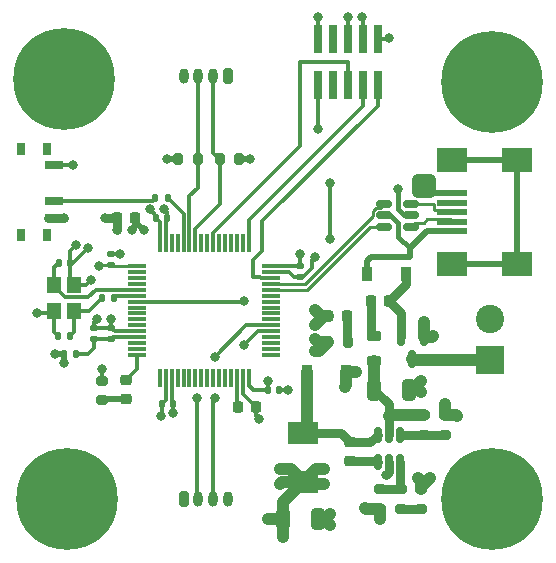
<source format=gbr>
%TF.GenerationSoftware,KiCad,Pcbnew,(6.0.5-0)*%
%TF.CreationDate,2022-07-05T17:16:20+02:00*%
%TF.ProjectId,HWCorso,4857436f-7273-46f2-9e6b-696361645f70,rev?*%
%TF.SameCoordinates,Original*%
%TF.FileFunction,Copper,L1,Top*%
%TF.FilePolarity,Positive*%
%FSLAX46Y46*%
G04 Gerber Fmt 4.6, Leading zero omitted, Abs format (unit mm)*
G04 Created by KiCad (PCBNEW (6.0.5-0)) date 2022-07-05 17:16:20*
%MOMM*%
%LPD*%
G01*
G04 APERTURE LIST*
G04 Aperture macros list*
%AMRoundRect*
0 Rectangle with rounded corners*
0 $1 Rounding radius*
0 $2 $3 $4 $5 $6 $7 $8 $9 X,Y pos of 4 corners*
0 Add a 4 corners polygon primitive as box body*
4,1,4,$2,$3,$4,$5,$6,$7,$8,$9,$2,$3,0*
0 Add four circle primitives for the rounded corners*
1,1,$1+$1,$2,$3*
1,1,$1+$1,$4,$5*
1,1,$1+$1,$6,$7*
1,1,$1+$1,$8,$9*
0 Add four rect primitives between the rounded corners*
20,1,$1+$1,$2,$3,$4,$5,0*
20,1,$1+$1,$4,$5,$6,$7,0*
20,1,$1+$1,$6,$7,$8,$9,0*
20,1,$1+$1,$8,$9,$2,$3,0*%
G04 Aperture macros list end*
%TA.AperFunction,SMDPad,CuDef*%
%ADD10R,0.740000X2.400000*%
%TD*%
%TA.AperFunction,SMDPad,CuDef*%
%ADD11RoundRect,0.075000X-0.700000X-0.075000X0.700000X-0.075000X0.700000X0.075000X-0.700000X0.075000X0*%
%TD*%
%TA.AperFunction,SMDPad,CuDef*%
%ADD12RoundRect,0.075000X-0.075000X-0.700000X0.075000X-0.700000X0.075000X0.700000X-0.075000X0.700000X0*%
%TD*%
%TA.AperFunction,SMDPad,CuDef*%
%ADD13RoundRect,0.150000X0.150000X-0.512500X0.150000X0.512500X-0.150000X0.512500X-0.150000X-0.512500X0*%
%TD*%
%TA.AperFunction,SMDPad,CuDef*%
%ADD14RoundRect,0.140000X0.140000X0.170000X-0.140000X0.170000X-0.140000X-0.170000X0.140000X-0.170000X0*%
%TD*%
%TA.AperFunction,ComponentPad*%
%ADD15C,8.600000*%
%TD*%
%TA.AperFunction,ComponentPad*%
%ADD16C,0.900000*%
%TD*%
%TA.AperFunction,SMDPad,CuDef*%
%ADD17RoundRect,0.200000X-0.200000X-0.275000X0.200000X-0.275000X0.200000X0.275000X-0.200000X0.275000X0*%
%TD*%
%TA.AperFunction,SMDPad,CuDef*%
%ADD18RoundRect,0.200000X0.275000X-0.200000X0.275000X0.200000X-0.275000X0.200000X-0.275000X-0.200000X0*%
%TD*%
%TA.AperFunction,SMDPad,CuDef*%
%ADD19R,0.900000X1.200000*%
%TD*%
%TA.AperFunction,SMDPad,CuDef*%
%ADD20RoundRect,0.200000X-0.275000X0.200000X-0.275000X-0.200000X0.275000X-0.200000X0.275000X0.200000X0*%
%TD*%
%TA.AperFunction,SMDPad,CuDef*%
%ADD21RoundRect,0.147500X-0.147500X-0.172500X0.147500X-0.172500X0.147500X0.172500X-0.147500X0.172500X0*%
%TD*%
%TA.AperFunction,SMDPad,CuDef*%
%ADD22RoundRect,0.140000X-0.140000X-0.170000X0.140000X-0.170000X0.140000X0.170000X-0.140000X0.170000X0*%
%TD*%
%TA.AperFunction,SMDPad,CuDef*%
%ADD23RoundRect,0.140000X0.170000X-0.140000X0.170000X0.140000X-0.170000X0.140000X-0.170000X-0.140000X0*%
%TD*%
%TA.AperFunction,SMDPad,CuDef*%
%ADD24RoundRect,0.225000X0.225000X0.250000X-0.225000X0.250000X-0.225000X-0.250000X0.225000X-0.250000X0*%
%TD*%
%TA.AperFunction,SMDPad,CuDef*%
%ADD25RoundRect,0.225000X-0.225000X-0.250000X0.225000X-0.250000X0.225000X0.250000X-0.225000X0.250000X0*%
%TD*%
%TA.AperFunction,SMDPad,CuDef*%
%ADD26RoundRect,0.150000X0.512500X0.150000X-0.512500X0.150000X-0.512500X-0.150000X0.512500X-0.150000X0*%
%TD*%
%TA.AperFunction,SMDPad,CuDef*%
%ADD27RoundRect,0.218750X0.218750X0.256250X-0.218750X0.256250X-0.218750X-0.256250X0.218750X-0.256250X0*%
%TD*%
%TA.AperFunction,SMDPad,CuDef*%
%ADD28RoundRect,0.250000X0.325000X0.650000X-0.325000X0.650000X-0.325000X-0.650000X0.325000X-0.650000X0*%
%TD*%
%TA.AperFunction,SMDPad,CuDef*%
%ADD29RoundRect,0.135000X0.135000X0.185000X-0.135000X0.185000X-0.135000X-0.185000X0.135000X-0.185000X0*%
%TD*%
%TA.AperFunction,SMDPad,CuDef*%
%ADD30R,2.500000X1.900000*%
%TD*%
%TA.AperFunction,SMDPad,CuDef*%
%ADD31RoundRect,0.150000X-0.150000X0.587500X-0.150000X-0.587500X0.150000X-0.587500X0.150000X0.587500X0*%
%TD*%
%TA.AperFunction,SMDPad,CuDef*%
%ADD32RoundRect,0.140000X-0.170000X0.140000X-0.170000X-0.140000X0.170000X-0.140000X0.170000X0.140000X0*%
%TD*%
%TA.AperFunction,ComponentPad*%
%ADD33RoundRect,0.200000X-0.200000X-0.450000X0.200000X-0.450000X0.200000X0.450000X-0.200000X0.450000X0*%
%TD*%
%TA.AperFunction,ComponentPad*%
%ADD34O,0.800000X1.300000*%
%TD*%
%TA.AperFunction,SMDPad,CuDef*%
%ADD35R,2.500000X0.500000*%
%TD*%
%TA.AperFunction,SMDPad,CuDef*%
%ADD36R,2.500000X2.000000*%
%TD*%
%TA.AperFunction,SMDPad,CuDef*%
%ADD37RoundRect,0.218750X0.256250X-0.218750X0.256250X0.218750X-0.256250X0.218750X-0.256250X-0.218750X0*%
%TD*%
%TA.AperFunction,SMDPad,CuDef*%
%ADD38R,1.200000X1.400000*%
%TD*%
%TA.AperFunction,SMDPad,CuDef*%
%ADD39RoundRect,0.200000X0.200000X0.275000X-0.200000X0.275000X-0.200000X-0.275000X0.200000X-0.275000X0*%
%TD*%
%TA.AperFunction,SMDPad,CuDef*%
%ADD40RoundRect,0.218750X-0.381250X0.218750X-0.381250X-0.218750X0.381250X-0.218750X0.381250X0.218750X0*%
%TD*%
%TA.AperFunction,SMDPad,CuDef*%
%ADD41RoundRect,0.225000X0.250000X-0.225000X0.250000X0.225000X-0.250000X0.225000X-0.250000X-0.225000X0*%
%TD*%
%TA.AperFunction,ComponentPad*%
%ADD42R,2.400000X2.400000*%
%TD*%
%TA.AperFunction,ComponentPad*%
%ADD43C,2.400000*%
%TD*%
%TA.AperFunction,SMDPad,CuDef*%
%ADD44RoundRect,0.250000X-0.325000X-0.650000X0.325000X-0.650000X0.325000X0.650000X-0.325000X0.650000X0*%
%TD*%
%TA.AperFunction,ComponentPad*%
%ADD45RoundRect,0.200000X0.200000X0.450000X-0.200000X0.450000X-0.200000X-0.450000X0.200000X-0.450000X0*%
%TD*%
%TA.AperFunction,SMDPad,CuDef*%
%ADD46R,0.800000X1.000000*%
%TD*%
%TA.AperFunction,SMDPad,CuDef*%
%ADD47R,1.500000X0.700000*%
%TD*%
%TA.AperFunction,ViaPad*%
%ADD48C,0.800000*%
%TD*%
%TA.AperFunction,Conductor*%
%ADD49C,0.300000*%
%TD*%
%TA.AperFunction,Conductor*%
%ADD50C,0.750000*%
%TD*%
%TA.AperFunction,Conductor*%
%ADD51C,0.400000*%
%TD*%
%TA.AperFunction,Conductor*%
%ADD52C,0.500000*%
%TD*%
%TA.AperFunction,Conductor*%
%ADD53C,1.000000*%
%TD*%
%TA.AperFunction,Conductor*%
%ADD54C,0.250000*%
%TD*%
%TA.AperFunction,Conductor*%
%ADD55C,0.261112*%
%TD*%
G04 APERTURE END LIST*
D10*
%TO.P,J4,1,Pin_1*%
%TO.N,BUCK_VOUT_3V3*%
X85790000Y-76050000D03*
%TO.P,J4,2,Pin_2*%
%TO.N,SWDIO*%
X85790000Y-79950000D03*
%TO.P,J4,3,Pin_3*%
%TO.N,GND*%
X84520000Y-76050000D03*
%TO.P,J4,4,Pin_4*%
%TO.N,SWCLK*%
X84520000Y-79950000D03*
%TO.P,J4,5,Pin_5*%
%TO.N,GND*%
X83250000Y-76050000D03*
%TO.P,J4,6,Pin_6*%
%TO.N,SWO*%
X83250000Y-79950000D03*
%TO.P,J4,7,Pin_7*%
%TO.N,unconnected-(J4-Pad7)*%
X81980000Y-76050000D03*
%TO.P,J4,8,Pin_8*%
%TO.N,unconnected-(J4-Pad8)*%
X81980000Y-79950000D03*
%TO.P,J4,9,Pin_9*%
%TO.N,GND*%
X80710000Y-76050000D03*
%TO.P,J4,10,Pin_10*%
%TO.N,NRST*%
X80710000Y-79950000D03*
%TD*%
D11*
%TO.P,U1,1,VBAT*%
%TO.N,BUCK_VOUT_3V3*%
X65445000Y-95310000D03*
%TO.P,U1,2,PC13*%
%TO.N,unconnected-(U1-Pad2)*%
X65445000Y-95810000D03*
%TO.P,U1,3,PC14*%
%TO.N,unconnected-(U1-Pad3)*%
X65445000Y-96310000D03*
%TO.P,U1,4,PC15*%
%TO.N,unconnected-(U1-Pad4)*%
X65445000Y-96810000D03*
%TO.P,U1,5,PH0*%
%TO.N,HSE_IN*%
X65445000Y-97310000D03*
%TO.P,U1,6,PH1*%
%TO.N,HSE_OUT*%
X65445000Y-97810000D03*
%TO.P,U1,7,NRST*%
%TO.N,NRST*%
X65445000Y-98310000D03*
%TO.P,U1,8,PC0*%
%TO.N,unconnected-(U1-Pad8)*%
X65445000Y-98810000D03*
%TO.P,U1,9,PC1*%
%TO.N,unconnected-(U1-Pad9)*%
X65445000Y-99310000D03*
%TO.P,U1,10,PC2*%
%TO.N,unconnected-(U1-Pad10)*%
X65445000Y-99810000D03*
%TO.P,U1,11,PC3*%
%TO.N,unconnected-(U1-Pad11)*%
X65445000Y-100310000D03*
%TO.P,U1,12,VSSA*%
%TO.N,GND*%
X65445000Y-100810000D03*
%TO.P,U1,13,VREF+*%
%TO.N,+3.3VA*%
X65445000Y-101310000D03*
%TO.P,U1,14,PA0*%
%TO.N,unconnected-(U1-Pad14)*%
X65445000Y-101810000D03*
%TO.P,U1,15,PA1*%
%TO.N,unconnected-(U1-Pad15)*%
X65445000Y-102310000D03*
%TO.P,U1,16,PA2*%
%TO.N,LED_STATUS*%
X65445000Y-102810000D03*
D12*
%TO.P,U1,17,PA3*%
%TO.N,unconnected-(U1-Pad17)*%
X67370000Y-104735000D03*
%TO.P,U1,18,VSS*%
%TO.N,GND*%
X67870000Y-104735000D03*
%TO.P,U1,19,VDD*%
%TO.N,BUCK_VOUT_3V3*%
X68370000Y-104735000D03*
%TO.P,U1,20,PA4*%
%TO.N,unconnected-(U1-Pad20)*%
X68870000Y-104735000D03*
%TO.P,U1,21,PA5*%
%TO.N,unconnected-(U1-Pad21)*%
X69370000Y-104735000D03*
%TO.P,U1,22,PA6*%
%TO.N,unconnected-(U1-Pad22)*%
X69870000Y-104735000D03*
%TO.P,U1,23,PA7*%
%TO.N,unconnected-(U1-Pad23)*%
X70370000Y-104735000D03*
%TO.P,U1,24,PC4*%
%TO.N,unconnected-(U1-Pad24)*%
X70870000Y-104735000D03*
%TO.P,U1,25,PC5*%
%TO.N,unconnected-(U1-Pad25)*%
X71370000Y-104735000D03*
%TO.P,U1,26,PB0*%
%TO.N,unconnected-(U1-Pad26)*%
X71870000Y-104735000D03*
%TO.P,U1,27,PB1*%
%TO.N,unconnected-(U1-Pad27)*%
X72370000Y-104735000D03*
%TO.P,U1,28,PB2*%
%TO.N,unconnected-(U1-Pad28)*%
X72870000Y-104735000D03*
%TO.P,U1,29,PB10*%
%TO.N,unconnected-(U1-Pad29)*%
X73370000Y-104735000D03*
%TO.P,U1,30,VCAP1*%
%TO.N,Net-(C2-Pad1)*%
X73870000Y-104735000D03*
%TO.P,U1,31,VSS*%
%TO.N,GND*%
X74370000Y-104735000D03*
%TO.P,U1,32,VDD*%
%TO.N,BUCK_VOUT_3V3*%
X74870000Y-104735000D03*
D11*
%TO.P,U1,33,PB12*%
%TO.N,unconnected-(U1-Pad33)*%
X76795000Y-102810000D03*
%TO.P,U1,34,PB13*%
%TO.N,unconnected-(U1-Pad34)*%
X76795000Y-102310000D03*
%TO.P,U1,35,PB14*%
%TO.N,unconnected-(U1-Pad35)*%
X76795000Y-101810000D03*
%TO.P,U1,36,PB15*%
%TO.N,unconnected-(U1-Pad36)*%
X76795000Y-101310000D03*
%TO.P,U1,37,PC6*%
%TO.N,USART6_TX*%
X76795000Y-100810000D03*
%TO.P,U1,38,PC7*%
%TO.N,USART6_RX*%
X76795000Y-100310000D03*
%TO.P,U1,39,PC8*%
%TO.N,unconnected-(U1-Pad39)*%
X76795000Y-99810000D03*
%TO.P,U1,40,PC9*%
%TO.N,unconnected-(U1-Pad40)*%
X76795000Y-99310000D03*
%TO.P,U1,41,PA8*%
%TO.N,unconnected-(U1-Pad41)*%
X76795000Y-98810000D03*
%TO.P,U1,42,PA9*%
%TO.N,unconnected-(U1-Pad42)*%
X76795000Y-98310000D03*
%TO.P,U1,43,PA10*%
%TO.N,unconnected-(U1-Pad43)*%
X76795000Y-97810000D03*
%TO.P,U1,44,PA11*%
%TO.N,USB_D-*%
X76795000Y-97310000D03*
%TO.P,U1,45,PA12*%
%TO.N,USB_D+*%
X76795000Y-96810000D03*
%TO.P,U1,46,PA13*%
%TO.N,SWDIO*%
X76795000Y-96310000D03*
%TO.P,U1,47,VSS*%
%TO.N,GND*%
X76795000Y-95810000D03*
%TO.P,U1,48,VDD*%
%TO.N,BUCK_VOUT_3V3*%
X76795000Y-95310000D03*
D12*
%TO.P,U1,49,PA14*%
%TO.N,SWCLK*%
X74870000Y-93385000D03*
%TO.P,U1,50,PA15*%
%TO.N,unconnected-(U1-Pad50)*%
X74370000Y-93385000D03*
%TO.P,U1,51,PC10*%
%TO.N,unconnected-(U1-Pad51)*%
X73870000Y-93385000D03*
%TO.P,U1,52,PC11*%
%TO.N,unconnected-(U1-Pad52)*%
X73370000Y-93385000D03*
%TO.P,U1,53,PC12*%
%TO.N,unconnected-(U1-Pad53)*%
X72870000Y-93385000D03*
%TO.P,U1,54,PD2*%
%TO.N,unconnected-(U1-Pad54)*%
X72370000Y-93385000D03*
%TO.P,U1,55,PB3*%
%TO.N,SWO*%
X71870000Y-93385000D03*
%TO.P,U1,56,PB4*%
%TO.N,unconnected-(U1-Pad56)*%
X71370000Y-93385000D03*
%TO.P,U1,57,PB5*%
%TO.N,unconnected-(U1-Pad57)*%
X70870000Y-93385000D03*
%TO.P,U1,58,PB6*%
%TO.N,I2C1_SCL*%
X70370000Y-93385000D03*
%TO.P,U1,59,PB7*%
%TO.N,I2C1_SDA*%
X69870000Y-93385000D03*
%TO.P,U1,60,BOOT0*%
%TO.N,BOOT0*%
X69370000Y-93385000D03*
%TO.P,U1,61,PB8*%
%TO.N,unconnected-(U1-Pad61)*%
X68870000Y-93385000D03*
%TO.P,U1,62,PB9*%
%TO.N,unconnected-(U1-Pad62)*%
X68370000Y-93385000D03*
%TO.P,U1,63,VSS*%
%TO.N,GND*%
X67870000Y-93385000D03*
%TO.P,U1,64,VDD*%
%TO.N,BUCK_VOUT_3V3*%
X67370000Y-93385000D03*
%TD*%
D13*
%TO.P,U2,1,BST*%
%TO.N,BUCK_BST*%
X85800000Y-111887500D03*
%TO.P,U2,2,GND*%
%TO.N,GND*%
X86750000Y-111887500D03*
%TO.P,U2,3,FB*%
%TO.N,BUCK_FB*%
X87700000Y-111887500D03*
%TO.P,U2,4,EN*%
%TO.N,BUCK_EN*%
X87700000Y-109612500D03*
%TO.P,U2,5,IN*%
%TO.N,BUCK_IN*%
X86750000Y-109612500D03*
%TO.P,U2,6,SW*%
%TO.N,BUCK_SW*%
X85800000Y-109612500D03*
%TD*%
D14*
%TO.P,C4,1*%
%TO.N,BUCK_VOUT_3V3*%
X68480000Y-107000000D03*
%TO.P,C4,2*%
%TO.N,GND*%
X67520000Y-107000000D03*
%TD*%
D15*
%TO.P,H3,1,1*%
%TO.N,GND*%
X95500000Y-115000000D03*
D16*
X95500000Y-118225000D03*
X93219581Y-117280419D03*
X95500000Y-111775000D03*
X92275000Y-115000000D03*
X93219581Y-112719581D03*
X97780419Y-117280419D03*
X98725000Y-115000000D03*
X97780419Y-112719581D03*
%TD*%
D17*
%TO.P,R7,1*%
%TO.N,BUCK_VOUT_3V3*%
X68925000Y-86250000D03*
%TO.P,R7,2*%
%TO.N,I2C1_SDA*%
X70575000Y-86250000D03*
%TD*%
D18*
%TO.P,R2,1*%
%TO.N,BUCK_EN*%
X89750000Y-109575000D03*
%TO.P,R2,2*%
%TO.N,BUCK_IN*%
X89750000Y-107925000D03*
%TD*%
D19*
%TO.P,D2,1,K*%
%TO.N,Net-(D2-Pad1)*%
X88200000Y-96000000D03*
%TO.P,D2,2,A*%
%TO.N,+5V*%
X84900000Y-96000000D03*
%TD*%
D20*
%TO.P,R8,1*%
%TO.N,BUCK_FB*%
X86000000Y-114175000D03*
%TO.P,R8,2*%
%TO.N,BUCK_VOUT_3V3*%
X86000000Y-115825000D03*
%TD*%
%TO.P,R1,1*%
%TO.N,GND*%
X62500000Y-105000000D03*
%TO.P,R1,2*%
%TO.N,Net-(D1-Pad1)*%
X62500000Y-106650000D03*
%TD*%
D21*
%TO.P,L1,1*%
%TO.N,BUCK_VOUT_3V3*%
X59265000Y-102750000D03*
%TO.P,L1,2*%
%TO.N,+3.3VA*%
X60235000Y-102750000D03*
%TD*%
D22*
%TO.P,C9,1*%
%TO.N,HSE_IN*%
X58790000Y-95000000D03*
%TO.P,C9,2*%
%TO.N,GND*%
X59750000Y-95000000D03*
%TD*%
D20*
%TO.P,R3,1*%
%TO.N,GND*%
X91500000Y-107925000D03*
%TO.P,R3,2*%
%TO.N,BUCK_EN*%
X91500000Y-109575000D03*
%TD*%
D23*
%TO.P,C3,1*%
%TO.N,BUCK_VOUT_3V3*%
X63250000Y-95230000D03*
%TO.P,C3,2*%
%TO.N,GND*%
X63250000Y-94270000D03*
%TD*%
D18*
%TO.P,R9,1*%
%TO.N,Net-(R10-Pad2)*%
X87750000Y-115825000D03*
%TO.P,R9,2*%
%TO.N,BUCK_FB*%
X87750000Y-114175000D03*
%TD*%
D24*
%TO.P,C1,1*%
%TO.N,BUCK_VOUT_3V3*%
X65275000Y-91250000D03*
%TO.P,C1,2*%
%TO.N,GND*%
X63725000Y-91250000D03*
%TD*%
D20*
%TO.P,R10,1*%
%TO.N,GND*%
X89500000Y-114175000D03*
%TO.P,R10,2*%
%TO.N,Net-(R10-Pad2)*%
X89500000Y-115825000D03*
%TD*%
D25*
%TO.P,C2,1*%
%TO.N,Net-(C2-Pad1)*%
X73975000Y-107250000D03*
%TO.P,C2,2*%
%TO.N,GND*%
X75525000Y-107250000D03*
%TD*%
D26*
%TO.P,U3,1,I/O1*%
%TO.N,USB_CONN_D-*%
X88637500Y-91950000D03*
%TO.P,U3,2,GND*%
%TO.N,GND*%
X88637500Y-91000000D03*
%TO.P,U3,3,I/O2*%
%TO.N,USB_CONN_D+*%
X88637500Y-90050000D03*
%TO.P,U3,4,I/O2*%
%TO.N,USB_D+*%
X86362500Y-90050000D03*
%TO.P,U3,5,VBUS*%
%TO.N,+5V*%
X86362500Y-91000000D03*
%TO.P,U3,6,I/O1*%
%TO.N,USB_D-*%
X86362500Y-91950000D03*
%TD*%
D27*
%TO.P,F1,1*%
%TO.N,Net-(D2-Pad1)*%
X86787500Y-98250000D03*
%TO.P,F1,2*%
%TO.N,Net-(F1-Pad2)*%
X85212500Y-98250000D03*
%TD*%
D28*
%TO.P,C13,1*%
%TO.N,GND*%
X80725000Y-116750000D03*
%TO.P,C13,2*%
%TO.N,BUCK_VOUT_3V3*%
X77775000Y-116750000D03*
%TD*%
D16*
%TO.P,H2,1,1*%
%TO.N,GND*%
X57219581Y-112719581D03*
D15*
X59500000Y-115000000D03*
D16*
X56275000Y-115000000D03*
X62725000Y-115000000D03*
X61780419Y-117280419D03*
X59500000Y-111775000D03*
X61780419Y-112719581D03*
X57219581Y-117280419D03*
X59500000Y-118225000D03*
%TD*%
D29*
%TO.P,R4,1*%
%TO.N,BOOT0*%
X68010000Y-89500000D03*
%TO.P,R4,2*%
%TO.N,Net-(R4-Pad2)*%
X66990000Y-89500000D03*
%TD*%
D23*
%TO.P,C10,1*%
%TO.N,+3.3VA*%
X63250000Y-101480000D03*
%TO.P,C10,2*%
%TO.N,GND*%
X63250000Y-100520000D03*
%TD*%
D30*
%TO.P,L2,1*%
%TO.N,BUCK_SW*%
X79500000Y-109450000D03*
%TO.P,L2,2*%
%TO.N,BUCK_VOUT_3V3*%
X79500000Y-113550000D03*
%TD*%
D19*
%TO.P,D3,1,K*%
%TO.N,BUCK_SW*%
X79850000Y-104250000D03*
%TO.P,D3,2,A*%
%TO.N,GND*%
X83150000Y-104250000D03*
%TD*%
D31*
%TO.P,Q1,1,G*%
%TO.N,GND*%
X89700000Y-101312500D03*
%TO.P,Q1,2,S*%
%TO.N,Net-(D2-Pad1)*%
X87800000Y-101312500D03*
%TO.P,Q1,3,D*%
%TO.N,+12V*%
X88750000Y-103187500D03*
%TD*%
D22*
%TO.P,C5,1*%
%TO.N,BUCK_VOUT_3V3*%
X76520000Y-105750000D03*
%TO.P,C5,2*%
%TO.N,GND*%
X77480000Y-105750000D03*
%TD*%
D17*
%TO.P,R11,1*%
%TO.N,GND*%
X81600000Y-101750000D03*
%TO.P,R11,2*%
%TO.N,Net-(D4-Pad1)*%
X83250000Y-101750000D03*
%TD*%
D16*
%TO.P,H1,1,1*%
%TO.N,GND*%
X92275000Y-79750000D03*
X95500000Y-82975000D03*
X93219581Y-77469581D03*
X95500000Y-76525000D03*
X98725000Y-79750000D03*
X93219581Y-82030419D03*
X97780419Y-77469581D03*
D15*
X95500000Y-79750000D03*
D16*
X97780419Y-82030419D03*
%TD*%
D32*
%TO.P,C7,1*%
%TO.N,BUCK_VOUT_3V3*%
X79250000Y-95270000D03*
%TO.P,C7,2*%
%TO.N,GND*%
X79250000Y-96230000D03*
%TD*%
D23*
%TO.P,C8,1*%
%TO.N,+3.3VA*%
X61750000Y-101460000D03*
%TO.P,C8,2*%
%TO.N,GND*%
X61750000Y-100500000D03*
%TD*%
D33*
%TO.P,J5,1,Pin_1*%
%TO.N,BUCK_VOUT_3V3*%
X69375000Y-115050000D03*
D34*
%TO.P,J5,2,Pin_2*%
%TO.N,USART6_TX*%
X70625000Y-115050000D03*
%TO.P,J5,3,Pin_3*%
%TO.N,USART6_RX*%
X71875000Y-115050000D03*
%TO.P,J5,4,Pin_4*%
%TO.N,GND*%
X73125000Y-115050000D03*
%TD*%
D35*
%TO.P,J1,1,VBUS*%
%TO.N,+5V*%
X92125000Y-92350000D03*
%TO.P,J1,2,D-*%
%TO.N,USB_CONN_D-*%
X92125000Y-91550000D03*
%TO.P,J1,3,D+*%
%TO.N,USB_CONN_D+*%
X92125000Y-90750000D03*
%TO.P,J1,4,ID*%
%TO.N,unconnected-(J1-Pad4)*%
X92125000Y-89950000D03*
%TO.P,J1,5,GND*%
%TO.N,GND*%
X92125000Y-89150000D03*
D36*
%TO.P,J1,6,Shield*%
%TO.N,unconnected-(J1-Pad6)*%
X97625000Y-86350000D03*
X97625000Y-95150000D03*
X92125000Y-95150000D03*
X92125000Y-86350000D03*
%TD*%
D37*
%TO.P,D1,1,K*%
%TO.N,Net-(D1-Pad1)*%
X64500000Y-106537500D03*
%TO.P,D1,2,A*%
%TO.N,LED_STATUS*%
X64500000Y-104962500D03*
%TD*%
D38*
%TO.P,Y1,1,1*%
%TO.N,HSE_IN*%
X58400000Y-96900000D03*
%TO.P,Y1,2,2*%
%TO.N,GND*%
X58400000Y-99100000D03*
%TO.P,Y1,3,3*%
%TO.N,Net-(C11-Pad1)*%
X60100000Y-99100000D03*
%TO.P,Y1,4,4*%
%TO.N,GND*%
X60100000Y-96900000D03*
%TD*%
D39*
%TO.P,R5,1*%
%TO.N,BUCK_VOUT_3V3*%
X74075000Y-86250000D03*
%TO.P,R5,2*%
%TO.N,I2C1_SCL*%
X72425000Y-86250000D03*
%TD*%
D40*
%TO.P,FB1,1*%
%TO.N,Net-(F1-Pad2)*%
X85500000Y-101187500D03*
%TO.P,FB1,2*%
%TO.N,BUCK_IN*%
X85500000Y-103312500D03*
%TD*%
D41*
%TO.P,C12,1*%
%TO.N,BUCK_BST*%
X83500000Y-111775000D03*
%TO.P,C12,2*%
%TO.N,BUCK_SW*%
X83500000Y-110225000D03*
%TD*%
D29*
%TO.P,R6,1*%
%TO.N,HSE_OUT*%
X63510000Y-98000000D03*
%TO.P,R6,2*%
%TO.N,Net-(C11-Pad1)*%
X62490000Y-98000000D03*
%TD*%
D42*
%TO.P,J2,1,Pin_1*%
%TO.N,+12V*%
X95300000Y-103250000D03*
D43*
%TO.P,J2,2,Pin_2*%
%TO.N,GND*%
X95300000Y-99750000D03*
%TD*%
D44*
%TO.P,C6,1*%
%TO.N,BUCK_IN*%
X85525000Y-105750000D03*
%TO.P,C6,2*%
%TO.N,GND*%
X88475000Y-105750000D03*
%TD*%
D45*
%TO.P,J3,1,Pin_1*%
%TO.N,BUCK_VOUT_3V3*%
X73125000Y-79200000D03*
D34*
%TO.P,J3,2,Pin_2*%
%TO.N,I2C1_SCL*%
X71875000Y-79200000D03*
%TO.P,J3,3,Pin_3*%
%TO.N,I2C1_SDA*%
X70625000Y-79200000D03*
%TO.P,J3,4,Pin_4*%
%TO.N,GND*%
X69375000Y-79200000D03*
%TD*%
D14*
%TO.P,C11,1*%
%TO.N,Net-(C11-Pad1)*%
X59730000Y-101250000D03*
%TO.P,C11,2*%
%TO.N,GND*%
X58770000Y-101250000D03*
%TD*%
D15*
%TO.P,H4,1,1*%
%TO.N,GND*%
X59250000Y-79500000D03*
D16*
X56969581Y-81780419D03*
X61530419Y-77219581D03*
X56025000Y-79500000D03*
X59250000Y-82725000D03*
X56969581Y-77219581D03*
X61530419Y-81780419D03*
X62475000Y-79500000D03*
X59250000Y-76275000D03*
%TD*%
D46*
%TO.P,SW1,*%
%TO.N,*%
X55570000Y-92650000D03*
X55570000Y-85350000D03*
X57780000Y-92650000D03*
X57780000Y-85350000D03*
D47*
%TO.P,SW1,1,A*%
%TO.N,BUCK_VOUT_3V3*%
X58430000Y-86750000D03*
%TO.P,SW1,2,B*%
%TO.N,Net-(R4-Pad2)*%
X58430000Y-89750000D03*
%TO.P,SW1,3,C*%
%TO.N,GND*%
X58430000Y-91250000D03*
%TD*%
D22*
%TO.P,C14,1*%
%TO.N,BUCK_VOUT_3V3*%
X67020000Y-91250000D03*
%TO.P,C14,2*%
%TO.N,GND*%
X67980000Y-91250000D03*
%TD*%
D27*
%TO.P,D4,1,K*%
%TO.N,Net-(D4-Pad1)*%
X83212500Y-99500000D03*
%TO.P,D4,2,A*%
%TO.N,BUCK_VOUT_3V3*%
X81637500Y-99500000D03*
%TD*%
D48*
%TO.N,GND*%
X80750000Y-74250000D03*
X84500000Y-74250000D03*
X83250000Y-74250000D03*
%TO.N,BUCK_VOUT_3V3*%
X86750000Y-76000000D03*
%TO.N,NRST*%
X81750000Y-88250000D03*
X80710000Y-83710000D03*
%TO.N,USART6_TX*%
X70500000Y-106500000D03*
%TO.N,GND*%
X87500000Y-88750000D03*
X61500000Y-96500000D03*
X57000000Y-99250000D03*
%TO.N,USART6_TX*%
X74500000Y-102000000D03*
%TO.N,USART6_RX*%
X72000000Y-106500000D03*
X72000000Y-103000000D03*
%TO.N,GND*%
X89250000Y-89000000D03*
X89250000Y-88000000D03*
X90250000Y-88000000D03*
X90250000Y-89000000D03*
X86500000Y-113000000D03*
X62000000Y-99750000D03*
X63250000Y-99750000D03*
X67750000Y-90500000D03*
X78250000Y-105750000D03*
X75750000Y-108250000D03*
X67500000Y-108000000D03*
X62500000Y-104000000D03*
X81750000Y-117250000D03*
X81750000Y-116250000D03*
X90250000Y-113250000D03*
X89250000Y-113250000D03*
X90500000Y-101250000D03*
X89750000Y-100000000D03*
X92500000Y-108000000D03*
X91500000Y-107000000D03*
X89500000Y-106000000D03*
X89500000Y-105000000D03*
X84000000Y-104250000D03*
X83000000Y-105500000D03*
X80500000Y-102500000D03*
X80500000Y-101500000D03*
X80500000Y-94500000D03*
X61250000Y-93750000D03*
X59250000Y-91250000D03*
X62750000Y-91250000D03*
X63750000Y-92250000D03*
X64000000Y-94250000D03*
X60250000Y-93500000D03*
%TO.N,BUCK_VOUT_3V3*%
X80500000Y-100250000D03*
X80500000Y-99000000D03*
X84750000Y-115750000D03*
X86000000Y-116750000D03*
X76500000Y-116750000D03*
X77750000Y-118250000D03*
X81250000Y-112500000D03*
X81250000Y-113750000D03*
X77500000Y-112500000D03*
X77500000Y-113750000D03*
X79250000Y-94250000D03*
X60000000Y-86750000D03*
X76500000Y-105000000D03*
X68500000Y-107750000D03*
X59250000Y-103500000D03*
X58500000Y-102750000D03*
X62250000Y-95250000D03*
X66500000Y-90500000D03*
X65000000Y-92250000D03*
X66000000Y-92250000D03*
X68000000Y-86250000D03*
X75000000Y-86250000D03*
%TO.N,NRST*%
X74500000Y-98250000D03*
X81750000Y-93000000D03*
%TD*%
D49*
%TO.N,GND*%
X74370000Y-104735000D02*
X74370000Y-106095000D01*
X74370000Y-106095000D02*
X75525000Y-107250000D01*
X75525000Y-107250000D02*
X75525000Y-108025000D01*
X75525000Y-108025000D02*
X75750000Y-108250000D01*
X80250000Y-95500000D02*
X80250000Y-94750000D01*
X80250000Y-94750000D02*
X80500000Y-94500000D01*
X79250000Y-96230000D02*
X79520000Y-96230000D01*
X79520000Y-96230000D02*
X80250000Y-95500000D01*
X67980000Y-91250000D02*
X67980000Y-90730000D01*
X67980000Y-90730000D02*
X67750000Y-90500000D01*
D50*
X86500000Y-113000000D02*
X86750000Y-112750000D01*
X86750000Y-112750000D02*
X86750000Y-111887500D01*
D49*
X80710000Y-76050000D02*
X80710000Y-74290000D01*
X80710000Y-74290000D02*
X80750000Y-74250000D01*
X83250000Y-76050000D02*
X83250000Y-74250000D01*
X84520000Y-76050000D02*
X84520000Y-74270000D01*
X84520000Y-74270000D02*
X84500000Y-74250000D01*
%TO.N,BUCK_VOUT_3V3*%
X85790000Y-76050000D02*
X86700000Y-76050000D01*
X86700000Y-76050000D02*
X86750000Y-76000000D01*
%TO.N,NRST*%
X80710000Y-79950000D02*
X80710000Y-83710000D01*
%TO.N,SWCLK*%
X74870000Y-93385000D02*
X74870000Y-91380000D01*
X74870000Y-91380000D02*
X84520000Y-81730000D01*
X84520000Y-81730000D02*
X84520000Y-79950000D01*
%TO.N,SWDIO*%
X76795000Y-96310000D02*
X75919639Y-96310000D01*
X75250000Y-96250000D02*
X75250000Y-94750000D01*
X75919639Y-96310000D02*
X75859639Y-96250000D01*
X76000000Y-91500000D02*
X85790000Y-81710000D01*
X85790000Y-81710000D02*
X85790000Y-79950000D01*
X75859639Y-96250000D02*
X75250000Y-96250000D01*
X75250000Y-94750000D02*
X76000000Y-94000000D01*
X76000000Y-94000000D02*
X76000000Y-91500000D01*
%TO.N,USART6_TX*%
X70500000Y-106500000D02*
X70500000Y-114925000D01*
D51*
%TO.N,GND*%
X88637500Y-91000000D02*
X87996902Y-91000000D01*
X87996902Y-91000000D02*
X87500000Y-90503098D01*
X87500000Y-90503098D02*
X87500000Y-88750000D01*
%TO.N,+5V*%
X86362500Y-91000000D02*
X86852138Y-91000000D01*
X86852138Y-91000000D02*
X87500000Y-91647862D01*
X87500000Y-91647862D02*
X87500000Y-92800489D01*
X87500000Y-92800489D02*
X88500000Y-93800489D01*
D49*
%TO.N,GND*%
X57000000Y-99250000D02*
X58250000Y-99250000D01*
X58250000Y-99250000D02*
X58400000Y-99100000D01*
X60100000Y-96900000D02*
X61100000Y-96900000D01*
X61100000Y-96900000D02*
X61500000Y-96500000D01*
%TO.N,BUCK_VOUT_3V3*%
X58430000Y-86750000D02*
X60000000Y-86750000D01*
%TO.N,USART6_TX*%
X70500000Y-114925000D02*
X70625000Y-115050000D01*
X75690000Y-100810000D02*
X74500000Y-102000000D01*
X76795000Y-100810000D02*
X75690000Y-100810000D01*
%TO.N,USART6_RX*%
X72000000Y-106500000D02*
X71875000Y-106625000D01*
X71875000Y-106625000D02*
X71875000Y-115050000D01*
X74690000Y-100310000D02*
X72000000Y-103000000D01*
X76795000Y-100310000D02*
X74690000Y-100310000D01*
D52*
%TO.N,unconnected-(J1-Pad6)*%
X97625000Y-86350000D02*
X97625000Y-95150000D01*
X92125000Y-86350000D02*
X97625000Y-86350000D01*
X92125000Y-95150000D02*
X97625000Y-95150000D01*
%TO.N,GND*%
X92125000Y-89150000D02*
X90400000Y-89150000D01*
X90400000Y-89150000D02*
X90250000Y-89000000D01*
D53*
X89250000Y-89000000D02*
X89250000Y-88000000D01*
X89250000Y-89000000D02*
X90250000Y-89000000D01*
X90250000Y-88000000D02*
X90250000Y-89000000D01*
X89250000Y-88000000D02*
X90250000Y-88000000D01*
D49*
X61750000Y-100500000D02*
X61750000Y-100000000D01*
X61750000Y-100000000D02*
X62000000Y-99750000D01*
X63250000Y-100520000D02*
X63250000Y-99750000D01*
X77480000Y-105750000D02*
X78250000Y-105750000D01*
X67520000Y-107000000D02*
X67520000Y-107980000D01*
X67520000Y-107980000D02*
X67500000Y-108000000D01*
X62500000Y-105000000D02*
X62500000Y-104000000D01*
X63250000Y-94270000D02*
X63980000Y-94270000D01*
X63980000Y-94270000D02*
X64000000Y-94250000D01*
D53*
X80725000Y-116750000D02*
X81250000Y-116750000D01*
X81250000Y-116750000D02*
X81750000Y-117250000D01*
X81250000Y-116750000D02*
X81750000Y-116250000D01*
X89500000Y-114175000D02*
X89500000Y-114000000D01*
X89500000Y-114000000D02*
X90250000Y-113250000D01*
X89500000Y-114175000D02*
X89500000Y-113500000D01*
X89500000Y-113500000D02*
X89250000Y-113250000D01*
X89700000Y-101312500D02*
X89700000Y-100050000D01*
X89700000Y-100050000D02*
X89750000Y-100000000D01*
X89700000Y-101312500D02*
X90437500Y-101312500D01*
X90437500Y-101312500D02*
X90500000Y-101250000D01*
X91500000Y-107925000D02*
X92425000Y-107925000D01*
X92425000Y-107925000D02*
X92500000Y-108000000D01*
X91500000Y-107925000D02*
X91500000Y-107000000D01*
X88475000Y-105750000D02*
X88750000Y-105750000D01*
X88750000Y-105750000D02*
X89500000Y-105000000D01*
X88475000Y-105750000D02*
X89250000Y-105750000D01*
X89250000Y-105750000D02*
X89500000Y-106000000D01*
X83150000Y-104250000D02*
X83150000Y-105350000D01*
X83150000Y-105350000D02*
X83000000Y-105500000D01*
X83150000Y-104250000D02*
X84000000Y-104250000D01*
X80500000Y-102500000D02*
X80850000Y-102500000D01*
X80850000Y-102500000D02*
X81600000Y-101750000D01*
X81600000Y-101750000D02*
X80750000Y-101750000D01*
X80750000Y-101750000D02*
X80500000Y-101500000D01*
D50*
X63750000Y-92250000D02*
X63750000Y-91275000D01*
X63750000Y-91275000D02*
X63725000Y-91250000D01*
X63725000Y-91250000D02*
X62750000Y-91250000D01*
X57930000Y-91250000D02*
X59250000Y-91250000D01*
D49*
X59750000Y-95000000D02*
X60000000Y-95000000D01*
X60000000Y-95000000D02*
X61250000Y-93750000D01*
X59750000Y-95000000D02*
X59750000Y-94000000D01*
X59750000Y-94000000D02*
X60250000Y-93500000D01*
D53*
%TO.N,BUCK_VOUT_3V3*%
X81637500Y-99500000D02*
X81250000Y-99500000D01*
X81250000Y-99500000D02*
X80500000Y-100250000D01*
X81637500Y-99500000D02*
X81000000Y-99500000D01*
X81000000Y-99500000D02*
X80500000Y-99000000D01*
X77775000Y-116750000D02*
X76500000Y-116750000D01*
X77775000Y-116750000D02*
X77775000Y-118225000D01*
X77775000Y-118225000D02*
X77750000Y-118250000D01*
X86000000Y-115825000D02*
X86000000Y-116750000D01*
X86000000Y-115825000D02*
X84825000Y-115825000D01*
X84825000Y-115825000D02*
X84750000Y-115750000D01*
X81250000Y-113750000D02*
X79700000Y-113750000D01*
X79700000Y-113750000D02*
X79500000Y-113550000D01*
X81250000Y-112500000D02*
X80550000Y-112500000D01*
X80550000Y-112500000D02*
X79500000Y-113550000D01*
X77500000Y-112500000D02*
X78450000Y-112500000D01*
X78450000Y-112500000D02*
X79500000Y-113550000D01*
X79500000Y-113550000D02*
X77700000Y-113550000D01*
X77700000Y-113550000D02*
X77500000Y-113750000D01*
D49*
%TO.N,GND*%
X79250000Y-96230000D02*
X78730000Y-96230000D01*
X78730000Y-96230000D02*
X78310000Y-95810000D01*
X78310000Y-95810000D02*
X76795000Y-95810000D01*
%TO.N,BUCK_VOUT_3V3*%
X79250000Y-95270000D02*
X79250000Y-94250000D01*
D52*
X68925000Y-86250000D02*
X68000000Y-86250000D01*
X74075000Y-86250000D02*
X75000000Y-86250000D01*
X65275000Y-91250000D02*
X65275000Y-91525000D01*
X65275000Y-91525000D02*
X66000000Y-92250000D01*
X65275000Y-91250000D02*
X65275000Y-91975000D01*
X65275000Y-91975000D02*
X65000000Y-92250000D01*
D49*
X67020000Y-91250000D02*
X67020000Y-91020000D01*
X67020000Y-91020000D02*
X66500000Y-90500000D01*
D54*
X63250000Y-95230000D02*
X62270000Y-95230000D01*
X62270000Y-95230000D02*
X62250000Y-95250000D01*
D49*
X76520000Y-105750000D02*
X76520000Y-105020000D01*
X76520000Y-105020000D02*
X76500000Y-105000000D01*
X68480000Y-107000000D02*
X68480000Y-107730000D01*
X68480000Y-107730000D02*
X68500000Y-107750000D01*
D52*
X59265000Y-102750000D02*
X59265000Y-103485000D01*
X59265000Y-103485000D02*
X59250000Y-103500000D01*
X59265000Y-102750000D02*
X58500000Y-102750000D01*
D49*
%TO.N,NRST*%
X81750000Y-88250000D02*
X81750000Y-93000000D01*
X74440000Y-98310000D02*
X74500000Y-98250000D01*
X65445000Y-98310000D02*
X74440000Y-98310000D01*
D53*
%TO.N,BUCK_VOUT_3V3*%
X77775000Y-116750000D02*
X77775000Y-115275000D01*
X77775000Y-115275000D02*
X79500000Y-113550000D01*
D55*
%TO.N,USB_CONN_D+*%
X88637500Y-90050000D02*
X90544933Y-90050000D01*
%TO.N,USB_CONN_D-*%
X88637500Y-91950000D02*
X88957424Y-91630076D01*
X90016916Y-91330067D02*
X91905067Y-91330067D01*
%TO.N,USB_CONN_D+*%
X90544933Y-90530067D02*
X91761704Y-90530067D01*
%TO.N,USB_CONN_D-*%
X91905067Y-91330067D02*
X92125000Y-91550000D01*
%TO.N,USB_CONN_D+*%
X91761704Y-90530067D02*
X91981637Y-90750000D01*
X90544933Y-90050000D02*
X90544933Y-90530067D01*
X91981637Y-90750000D02*
X92125000Y-90750000D01*
%TO.N,USB_CONN_D-*%
X88957424Y-91630076D02*
X89716907Y-91630076D01*
X89716907Y-91630076D02*
X90016916Y-91330067D01*
%TO.N,USB_D+*%
X76795000Y-96810000D02*
X76812843Y-96827843D01*
X76812843Y-96827843D02*
X78873056Y-96827843D01*
X85369924Y-90651147D02*
X85651147Y-90369924D01*
X78885289Y-96840076D02*
X79614711Y-96840076D01*
%TO.N,USB_D-*%
X78692969Y-97304379D02*
X79807032Y-97304379D01*
%TO.N,USB_D+*%
X85651147Y-90369924D02*
X86042576Y-90369924D01*
%TO.N,USB_D-*%
X76795000Y-97310000D02*
X76812843Y-97292157D01*
%TO.N,USB_D+*%
X79614711Y-96840076D02*
X85369924Y-91084863D01*
%TO.N,USB_D-*%
X76812843Y-97292157D02*
X78680746Y-97292157D01*
%TO.N,USB_D+*%
X85369924Y-91084863D02*
X85369924Y-90651147D01*
X78873056Y-96827843D02*
X78885289Y-96840076D01*
X86042576Y-90369924D02*
X86362500Y-90050000D01*
%TO.N,USB_D-*%
X78680746Y-97292157D02*
X78692969Y-97304379D01*
X79807032Y-97304379D02*
X85161411Y-91950000D01*
X85161411Y-91950000D02*
X86362500Y-91950000D01*
D53*
%TO.N,BUCK_SW*%
X79850000Y-104250000D02*
X79850000Y-109100000D01*
X79850000Y-109100000D02*
X79500000Y-109450000D01*
D52*
%TO.N,+5V*%
X92125000Y-92350000D02*
X89950489Y-92350000D01*
X89950489Y-92350000D02*
X88500000Y-93800489D01*
X88500000Y-93800489D02*
X88500000Y-94500000D01*
X85250000Y-94500000D02*
X84900000Y-94850000D01*
X88500000Y-94500000D02*
X85250000Y-94500000D01*
X84900000Y-94850000D02*
X84900000Y-96000000D01*
D53*
%TO.N,+12V*%
X95300000Y-103250000D02*
X88812500Y-103250000D01*
X88812500Y-103250000D02*
X88750000Y-103187500D01*
%TO.N,BUCK_IN*%
X85500000Y-103312500D02*
X85500000Y-105725000D01*
X85500000Y-105725000D02*
X85525000Y-105750000D01*
D50*
X86750000Y-106975000D02*
X86750000Y-108000000D01*
X86750000Y-108000000D02*
X86750000Y-109612500D01*
D53*
X89750000Y-107925000D02*
X86825000Y-107925000D01*
X86825000Y-107925000D02*
X86750000Y-108000000D01*
D50*
%TO.N,BUCK_SW*%
X83500000Y-110225000D02*
X85187500Y-110225000D01*
X85187500Y-110225000D02*
X85800000Y-109612500D01*
X79500000Y-109450000D02*
X82725000Y-109450000D01*
X82725000Y-109450000D02*
X83500000Y-110225000D01*
%TO.N,Net-(D4-Pad1)*%
X83212500Y-99500000D02*
X83212500Y-101712500D01*
X83212500Y-101712500D02*
X83250000Y-101750000D01*
%TO.N,Net-(D2-Pad1)*%
X88200000Y-96000000D02*
X88200000Y-96837500D01*
X88200000Y-96837500D02*
X86787500Y-98250000D01*
X87800000Y-101312500D02*
X87800000Y-99262500D01*
X87800000Y-99262500D02*
X86787500Y-98250000D01*
%TO.N,Net-(F1-Pad2)*%
X85212500Y-98250000D02*
X85212500Y-100900000D01*
X85212500Y-100900000D02*
X85500000Y-101187500D01*
%TO.N,BUCK_IN*%
X85525000Y-105750000D02*
X86750000Y-106975000D01*
%TO.N,BUCK_BST*%
X83500000Y-111775000D02*
X85687500Y-111775000D01*
X85687500Y-111775000D02*
X85800000Y-111887500D01*
%TO.N,Net-(R10-Pad2)*%
X89500000Y-115825000D02*
X87750000Y-115825000D01*
%TO.N,BUCK_FB*%
X87700000Y-111887500D02*
X87700000Y-114125000D01*
X87700000Y-114125000D02*
X87750000Y-114175000D01*
X86000000Y-114175000D02*
X87750000Y-114175000D01*
%TO.N,BUCK_EN*%
X87700000Y-109612500D02*
X89712500Y-109612500D01*
X89712500Y-109612500D02*
X89750000Y-109575000D01*
X91500000Y-109575000D02*
X89750000Y-109575000D01*
D49*
%TO.N,SWO*%
X71870000Y-93385000D02*
X71870000Y-92509639D01*
X71870000Y-92509639D02*
X79250000Y-85129639D01*
X79250000Y-85129639D02*
X79250000Y-78000000D01*
X79250000Y-78000000D02*
X83250000Y-78000000D01*
X83250000Y-78000000D02*
X83250000Y-79800000D01*
%TO.N,I2C1_SCL*%
X72425000Y-86250000D02*
X71875000Y-85700000D01*
X71875000Y-85700000D02*
X71875000Y-79200000D01*
%TO.N,I2C1_SDA*%
X70625000Y-79200000D02*
X70625000Y-86200000D01*
X70625000Y-86200000D02*
X70575000Y-86250000D01*
%TO.N,I2C1_SCL*%
X70370000Y-93385000D02*
X70370000Y-92130000D01*
X70370000Y-92130000D02*
X72425000Y-90075000D01*
X72425000Y-90075000D02*
X72425000Y-86250000D01*
%TO.N,I2C1_SDA*%
X69870000Y-93385000D02*
X69870000Y-92130000D01*
X69870000Y-92130000D02*
X69869520Y-92129520D01*
X69869520Y-92129520D02*
X69869520Y-89380480D01*
X69869520Y-89380480D02*
X70575000Y-88675000D01*
X70575000Y-88675000D02*
X70575000Y-86250000D01*
%TO.N,Net-(C11-Pad1)*%
X62490000Y-98000000D02*
X62490000Y-98010000D01*
X62490000Y-98010000D02*
X61400000Y-99100000D01*
X61400000Y-99100000D02*
X60100000Y-99100000D01*
%TO.N,+3.3VA*%
X61750000Y-102250000D02*
X61250000Y-102750000D01*
X61250000Y-102750000D02*
X60235000Y-102750000D01*
X61750000Y-101460000D02*
X61750000Y-102250000D01*
D52*
%TO.N,Net-(D1-Pad1)*%
X64500000Y-106537500D02*
X62612500Y-106537500D01*
X62612500Y-106537500D02*
X62500000Y-106650000D01*
D49*
%TO.N,Net-(R4-Pad2)*%
X57930000Y-89750000D02*
X66740000Y-89750000D01*
X66740000Y-89750000D02*
X66990000Y-89500000D01*
%TO.N,BOOT0*%
X68010000Y-89500000D02*
X69370000Y-90860000D01*
X69370000Y-90860000D02*
X69370000Y-93385000D01*
%TO.N,GND*%
X59750000Y-95000000D02*
X59750000Y-96550000D01*
X59750000Y-96550000D02*
X60100000Y-96900000D01*
%TO.N,HSE_IN*%
X58400000Y-96900000D02*
X58400000Y-95390000D01*
X58400000Y-95390000D02*
X58790000Y-95000000D01*
%TO.N,Net-(C11-Pad1)*%
X60100000Y-99100000D02*
X60100000Y-100880000D01*
X60100000Y-100880000D02*
X59730000Y-101250000D01*
%TO.N,GND*%
X58400000Y-99100000D02*
X58400000Y-100880000D01*
X58400000Y-100880000D02*
X58770000Y-101250000D01*
%TO.N,BUCK_VOUT_3V3*%
X79250000Y-95270000D02*
X76835000Y-95270000D01*
X76835000Y-95270000D02*
X76795000Y-95310000D01*
%TO.N,Net-(C2-Pad1)*%
X73870000Y-104735000D02*
X73870000Y-107145000D01*
X73870000Y-107145000D02*
X73975000Y-107250000D01*
%TO.N,BUCK_VOUT_3V3*%
X74870000Y-105370000D02*
X75250000Y-105750000D01*
X74870000Y-104735000D02*
X74870000Y-105370000D01*
X75250000Y-105750000D02*
X76520000Y-105750000D01*
X68480000Y-107000000D02*
X68370000Y-106890000D01*
X68370000Y-106890000D02*
X68370000Y-104735000D01*
%TO.N,GND*%
X67870000Y-104735000D02*
X67870000Y-106650000D01*
X67870000Y-106650000D02*
X67520000Y-107000000D01*
%TO.N,LED_STATUS*%
X65445000Y-102810000D02*
X65445000Y-104017500D01*
X65445000Y-104017500D02*
X64500000Y-104962500D01*
%TO.N,GND*%
X63250000Y-100520000D02*
X61770000Y-100520000D01*
X61770000Y-100520000D02*
X61750000Y-100500000D01*
%TO.N,+3.3VA*%
X63250000Y-101480000D02*
X61770000Y-101480000D01*
X61770000Y-101480000D02*
X61750000Y-101460000D01*
X63250000Y-101480000D02*
X63420000Y-101310000D01*
X63420000Y-101310000D02*
X65445000Y-101310000D01*
%TO.N,GND*%
X63250000Y-100520000D02*
X63540000Y-100810000D01*
X63540000Y-100810000D02*
X65445000Y-100810000D01*
%TO.N,HSE_IN*%
X58400000Y-96900000D02*
X58400000Y-97000000D01*
X58400000Y-97000000D02*
X59349511Y-97949511D01*
X59349511Y-97949511D02*
X61300489Y-97949511D01*
X61940000Y-97310000D02*
X65445000Y-97310000D01*
X61300489Y-97949511D02*
X61940000Y-97310000D01*
%TO.N,HSE_OUT*%
X65445000Y-97810000D02*
X63700000Y-97810000D01*
X63700000Y-97810000D02*
X63510000Y-98000000D01*
D54*
%TO.N,BUCK_VOUT_3V3*%
X65445000Y-95310000D02*
X63330000Y-95310000D01*
X63330000Y-95310000D02*
X63250000Y-95230000D01*
D49*
%TO.N,GND*%
X67870000Y-93385000D02*
X67870000Y-91360000D01*
X67870000Y-91360000D02*
X67980000Y-91250000D01*
%TO.N,BUCK_VOUT_3V3*%
X67370000Y-93385000D02*
X67370000Y-91600000D01*
X67370000Y-91600000D02*
X67020000Y-91250000D01*
%TD*%
M02*

</source>
